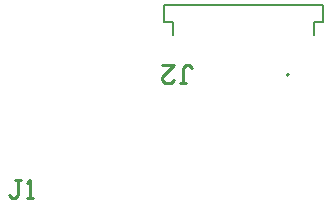
<source format=gto>
G04*
G04 #@! TF.GenerationSoftware,Altium Limited,Altium Designer,24.5.2 (23)*
G04*
G04 Layer_Color=65535*
%FSLAX25Y25*%
%MOIN*%
G70*
G04*
G04 #@! TF.SameCoordinates,F3CFCEC6-EA25-4B68-AFD9-C952AC483B48*
G04*
G04*
G04 #@! TF.FilePolarity,Positive*
G04*
G01*
G75*
%ADD10C,0.00787*%
%ADD11C,0.00500*%
%ADD12C,0.01000*%
D10*
X100886Y60724D02*
G03*
X100886Y60724I-394J0D01*
G01*
D11*
X62303Y73992D02*
Y78244D01*
X59153D02*
X62303D01*
X59153D02*
Y83756D01*
X112303D01*
Y78244D02*
Y83756D01*
X109153Y78244D02*
X112303D01*
X109153Y73992D02*
Y78244D01*
D12*
X64500Y58001D02*
X66499D01*
X65499D01*
Y62999D01*
X66499Y63999D01*
X67499D01*
X68498Y62999D01*
X58502Y63999D02*
X62500D01*
X58502Y60000D01*
Y59001D01*
X59501Y58001D01*
X61501D01*
X62500Y59001D01*
X11727Y25686D02*
X9728D01*
X10727D01*
Y20688D01*
X9728Y19688D01*
X8728D01*
X7728Y20688D01*
X13726Y19688D02*
X15726D01*
X14726D01*
Y25686D01*
X13726Y24687D01*
M02*

</source>
